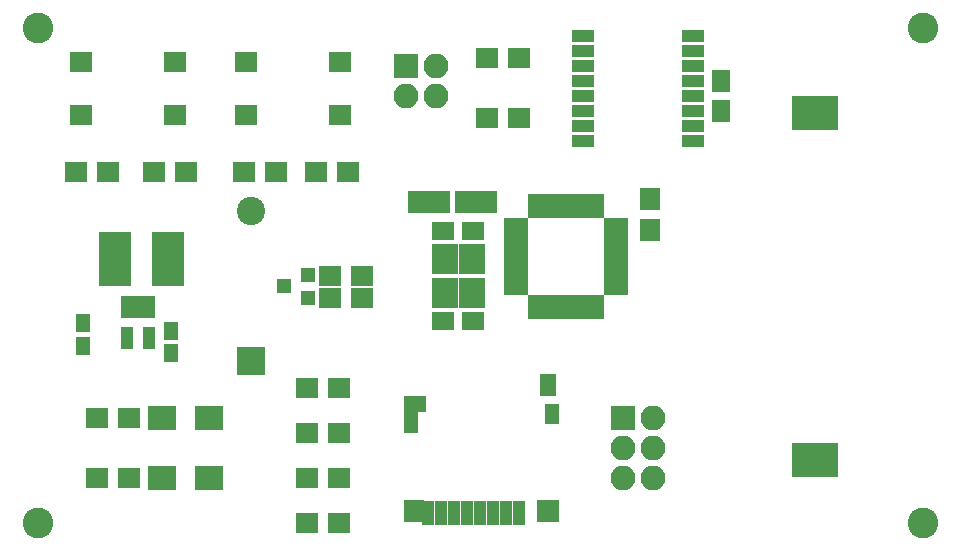
<source format=gbr>
G04 #@! TF.FileFunction,Soldermask,Top*
%FSLAX46Y46*%
G04 Gerber Fmt 4.6, Leading zero omitted, Abs format (unit mm)*
G04 Created by KiCad (PCBNEW 4.0.7) date 01/15/18 20:31:51*
%MOMM*%
%LPD*%
G01*
G04 APERTURE LIST*
%ADD10C,0.100000*%
%ADD11R,2.400000X2.400000*%
%ADD12C,2.400000*%
%ADD13R,3.910000X2.940000*%
%ADD14R,1.150000X1.600000*%
%ADD15R,3.600000X1.900000*%
%ADD16R,1.900000X1.650000*%
%ADD17R,1.650000X1.900000*%
%ADD18R,2.400000X2.100000*%
%ADD19R,1.100000X2.150000*%
%ADD20R,1.700000X1.900000*%
%ADD21R,1.200000X1.900000*%
%ADD22R,1.850000X1.400000*%
%ADD23R,1.200000X1.800000*%
%ADD24R,1.900000X1.900000*%
%ADD25R,1.400000X1.950000*%
%ADD26R,2.100000X2.100000*%
%ADD27O,2.100000X2.100000*%
%ADD28R,2.800000X4.600000*%
%ADD29R,1.300000X1.200000*%
%ADD30R,2.200000X2.500000*%
%ADD31R,1.900000X1.700000*%
%ADD32R,1.950000X1.700000*%
%ADD33R,1.050000X1.960000*%
%ADD34R,2.000000X0.950000*%
%ADD35R,0.950000X2.000000*%
%ADD36R,1.900000X1.000000*%
%ADD37C,2.600000*%
G04 APERTURE END LIST*
D10*
D11*
X66294000Y-94234000D03*
D12*
X66294000Y-81534000D03*
D13*
X114046000Y-73204000D03*
X114046000Y-102564000D03*
D14*
X52070000Y-92898000D03*
X52070000Y-90998000D03*
X59512200Y-93533000D03*
X59512200Y-91633000D03*
D15*
X85312000Y-80772000D03*
X81312000Y-80772000D03*
D16*
X82570000Y-83185000D03*
X85070000Y-83185000D03*
X82570000Y-90805000D03*
X85070000Y-90805000D03*
D17*
X106045000Y-73005000D03*
X106045000Y-70505000D03*
D18*
X58706000Y-104140000D03*
X62706000Y-104140000D03*
X58706000Y-99060000D03*
X62706000Y-99060000D03*
D19*
X81280000Y-107047000D03*
D20*
X80080000Y-106922000D03*
D21*
X79830000Y-99322000D03*
D22*
X80155000Y-97822000D03*
D23*
X91780000Y-98672000D03*
D19*
X82380000Y-107047000D03*
X83480000Y-107047000D03*
X84580000Y-107047000D03*
X85680000Y-107047000D03*
X86780000Y-107047000D03*
X87880000Y-107047000D03*
X88980000Y-107047000D03*
D24*
X91430000Y-106922000D03*
D25*
X91380000Y-96247000D03*
D26*
X97790000Y-99060000D03*
D27*
X100330000Y-99060000D03*
X97790000Y-101600000D03*
X100330000Y-101600000D03*
X97790000Y-104140000D03*
X100330000Y-104140000D03*
D26*
X79375000Y-69215000D03*
D27*
X81915000Y-69215000D03*
X79375000Y-71755000D03*
X81915000Y-71755000D03*
D28*
X59222200Y-85598000D03*
X54722200Y-85598000D03*
D29*
X71104000Y-88834000D03*
X71104000Y-86934000D03*
X69104000Y-87884000D03*
D30*
X84970000Y-88445000D03*
X84970000Y-85545000D03*
X82670000Y-85545000D03*
X82670000Y-88445000D03*
D31*
X73740000Y-96520000D03*
X71040000Y-96520000D03*
X73740000Y-100330000D03*
X71040000Y-100330000D03*
X71040000Y-104140000D03*
X73740000Y-104140000D03*
X73740000Y-107950000D03*
X71040000Y-107950000D03*
X72945000Y-88900000D03*
X75645000Y-88900000D03*
X72945000Y-86995000D03*
X75645000Y-86995000D03*
X53260000Y-104140000D03*
X55960000Y-104140000D03*
X53260000Y-99060000D03*
X55960000Y-99060000D03*
D20*
X100076000Y-83138000D03*
X100076000Y-80438000D03*
D31*
X86280000Y-68580000D03*
X88980000Y-68580000D03*
X86280000Y-73660000D03*
X88980000Y-73660000D03*
X58086000Y-78232000D03*
X60786000Y-78232000D03*
X71802000Y-78232000D03*
X74502000Y-78232000D03*
X51482000Y-78232000D03*
X54182000Y-78232000D03*
X65706000Y-78232000D03*
X68406000Y-78232000D03*
D32*
X51905000Y-68870000D03*
X59855000Y-68870000D03*
X51905000Y-73370000D03*
X59855000Y-73370000D03*
X65875000Y-68870000D03*
X73825000Y-68870000D03*
X65875000Y-73370000D03*
X73825000Y-73370000D03*
D33*
X57668200Y-89582000D03*
X56718200Y-89582000D03*
X55768200Y-89582000D03*
X55768200Y-92282000D03*
X57668200Y-92282000D03*
D34*
X88714000Y-82544000D03*
X88714000Y-83344000D03*
X88714000Y-84144000D03*
X88714000Y-84944000D03*
X88714000Y-85744000D03*
X88714000Y-86544000D03*
X88714000Y-87344000D03*
X88714000Y-88144000D03*
D35*
X90164000Y-89594000D03*
X90964000Y-89594000D03*
X91764000Y-89594000D03*
X92564000Y-89594000D03*
X93364000Y-89594000D03*
X94164000Y-89594000D03*
X94964000Y-89594000D03*
X95764000Y-89594000D03*
D34*
X97214000Y-88144000D03*
X97214000Y-87344000D03*
X97214000Y-86544000D03*
X97214000Y-85744000D03*
X97214000Y-84944000D03*
X97214000Y-84144000D03*
X97214000Y-83344000D03*
X97214000Y-82544000D03*
D35*
X95764000Y-81094000D03*
X94964000Y-81094000D03*
X94164000Y-81094000D03*
X93364000Y-81094000D03*
X92564000Y-81094000D03*
X91764000Y-81094000D03*
X90964000Y-81094000D03*
X90164000Y-81094000D03*
D36*
X94410000Y-66675000D03*
X94410000Y-67945000D03*
X94410000Y-69215000D03*
X94410000Y-70485000D03*
X94410000Y-71755000D03*
X94410000Y-73025000D03*
X94410000Y-74295000D03*
X94410000Y-75565000D03*
X103710000Y-75565000D03*
X103710000Y-74295000D03*
X103710000Y-73025000D03*
X103710000Y-71755000D03*
X103710000Y-70485000D03*
X103710000Y-69215000D03*
X103710000Y-67945000D03*
X103710000Y-66675000D03*
D37*
X123190000Y-66040000D03*
X48260000Y-66040000D03*
X123190000Y-107950000D03*
X48260000Y-107950000D03*
M02*

</source>
